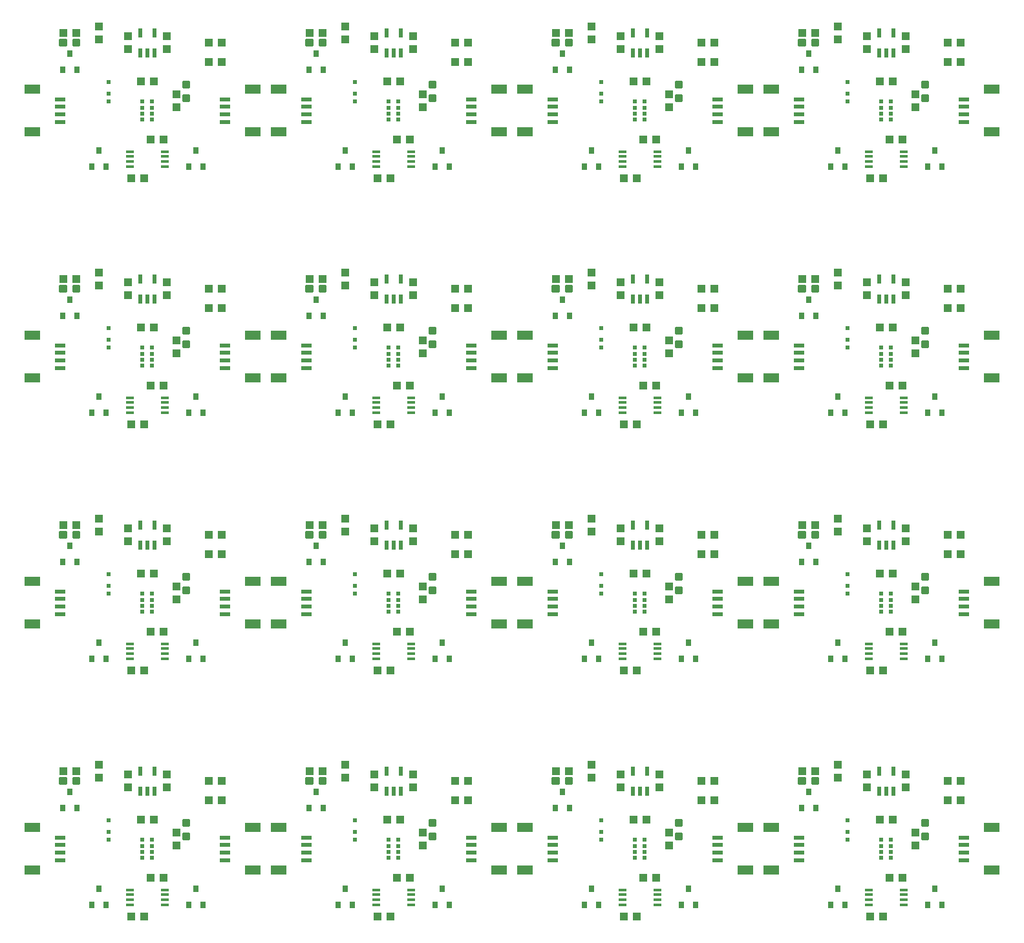
<source format=gtp>
G04 EAGLE Gerber RS-274X export*
G75*
%MOMM*%
%FSLAX34Y34*%
%LPD*%
%INSolderpaste Top*%
%IPPOS*%
%AMOC8*
5,1,8,0,0,1.08239X$1,22.5*%
G01*
%ADD10R,1.100000X1.000000*%
%ADD11R,2.000000X1.200000*%
%ADD12R,1.350000X0.600000*%
%ADD13C,0.300000*%
%ADD14R,0.575000X0.488000*%
%ADD15R,1.100000X0.400000*%
%ADD16R,0.550000X1.200000*%
%ADD17R,1.000000X1.100000*%
%ADD18R,0.600000X0.600000*%
%ADD19R,0.800000X0.900000*%


D10*
X72000Y266700D03*
X55000Y266700D03*
D11*
X14050Y193100D03*
X14050Y137100D03*
D12*
X50800Y180100D03*
X50800Y170100D03*
X50800Y160100D03*
X50800Y150100D03*
D11*
X303450Y137100D03*
X303450Y193100D03*
D12*
X266700Y150100D03*
X266700Y160100D03*
X266700Y170100D03*
X266700Y180100D03*
D13*
X58230Y250500D02*
X58230Y257500D01*
X58230Y250500D02*
X51230Y250500D01*
X51230Y257500D01*
X58230Y257500D01*
X58230Y253350D02*
X51230Y253350D01*
X51230Y256200D02*
X58230Y256200D01*
X75770Y257500D02*
X75770Y250500D01*
X68770Y250500D01*
X68770Y257500D01*
X75770Y257500D01*
X75770Y253350D02*
X68770Y253350D01*
X68770Y256200D02*
X75770Y256200D01*
D14*
X158720Y177100D03*
X158720Y169100D03*
X158720Y161100D03*
X158720Y153100D03*
X171480Y153100D03*
X171480Y161100D03*
X171480Y169100D03*
X171480Y177100D03*
D15*
X142600Y111350D03*
X142600Y104850D03*
X142600Y98350D03*
X142600Y91850D03*
X187600Y91850D03*
X187600Y98350D03*
X187600Y104850D03*
X187600Y111350D03*
D10*
X186300Y127000D03*
X169300Y127000D03*
X160900Y76200D03*
X143900Y76200D03*
X262500Y254000D03*
X245500Y254000D03*
X262500Y228600D03*
X245500Y228600D03*
D16*
X155600Y240999D03*
X165100Y240999D03*
X174600Y240999D03*
X174600Y267001D03*
X155600Y267001D03*
D17*
X190500Y245500D03*
X190500Y262500D03*
X139700Y262500D03*
X139700Y245500D03*
D18*
X114300Y202500D03*
X114300Y187500D03*
X114300Y177500D03*
D13*
X212400Y185230D02*
X219400Y185230D01*
X219400Y178230D01*
X212400Y178230D01*
X212400Y185230D01*
X212400Y181080D02*
X219400Y181080D01*
X219400Y183930D02*
X212400Y183930D01*
X212400Y202770D02*
X219400Y202770D01*
X219400Y195770D01*
X212400Y195770D01*
X212400Y202770D01*
X212400Y198620D02*
X219400Y198620D01*
X219400Y201470D02*
X212400Y201470D01*
D19*
X92100Y91600D03*
X111100Y91600D03*
X101600Y112600D03*
X219100Y91600D03*
X238100Y91600D03*
X228600Y112600D03*
X54000Y218600D03*
X73000Y218600D03*
X63500Y239600D03*
D17*
X203200Y169300D03*
X203200Y186300D03*
D10*
X156600Y203200D03*
X173600Y203200D03*
D17*
X101600Y275200D03*
X101600Y258200D03*
D10*
X394580Y266700D03*
X377580Y266700D03*
D11*
X336630Y193100D03*
X336630Y137100D03*
D12*
X373380Y180100D03*
X373380Y170100D03*
X373380Y160100D03*
X373380Y150100D03*
D11*
X626030Y137100D03*
X626030Y193100D03*
D12*
X589280Y150100D03*
X589280Y160100D03*
X589280Y170100D03*
X589280Y180100D03*
D13*
X380810Y250500D02*
X380810Y257500D01*
X380810Y250500D02*
X373810Y250500D01*
X373810Y257500D01*
X380810Y257500D01*
X380810Y253350D02*
X373810Y253350D01*
X373810Y256200D02*
X380810Y256200D01*
X398350Y257500D02*
X398350Y250500D01*
X391350Y250500D01*
X391350Y257500D01*
X398350Y257500D01*
X398350Y253350D02*
X391350Y253350D01*
X391350Y256200D02*
X398350Y256200D01*
D14*
X481300Y177100D03*
X481300Y169100D03*
X481300Y161100D03*
X481300Y153100D03*
X494060Y153100D03*
X494060Y161100D03*
X494060Y169100D03*
X494060Y177100D03*
D15*
X465180Y111350D03*
X465180Y104850D03*
X465180Y98350D03*
X465180Y91850D03*
X510180Y91850D03*
X510180Y98350D03*
X510180Y104850D03*
X510180Y111350D03*
D10*
X508880Y127000D03*
X491880Y127000D03*
X483480Y76200D03*
X466480Y76200D03*
X585080Y254000D03*
X568080Y254000D03*
X585080Y228600D03*
X568080Y228600D03*
D16*
X478180Y240999D03*
X487680Y240999D03*
X497180Y240999D03*
X497180Y267001D03*
X478180Y267001D03*
D17*
X513080Y245500D03*
X513080Y262500D03*
X462280Y262500D03*
X462280Y245500D03*
D18*
X436880Y202500D03*
X436880Y187500D03*
X436880Y177500D03*
D13*
X534980Y185230D02*
X541980Y185230D01*
X541980Y178230D01*
X534980Y178230D01*
X534980Y185230D01*
X534980Y181080D02*
X541980Y181080D01*
X541980Y183930D02*
X534980Y183930D01*
X534980Y202770D02*
X541980Y202770D01*
X541980Y195770D01*
X534980Y195770D01*
X534980Y202770D01*
X534980Y198620D02*
X541980Y198620D01*
X541980Y201470D02*
X534980Y201470D01*
D19*
X414680Y91600D03*
X433680Y91600D03*
X424180Y112600D03*
X541680Y91600D03*
X560680Y91600D03*
X551180Y112600D03*
X376580Y218600D03*
X395580Y218600D03*
X386080Y239600D03*
D17*
X525780Y169300D03*
X525780Y186300D03*
D10*
X479180Y203200D03*
X496180Y203200D03*
D17*
X424180Y275200D03*
X424180Y258200D03*
D10*
X717160Y266700D03*
X700160Y266700D03*
D11*
X659210Y193100D03*
X659210Y137100D03*
D12*
X695960Y180100D03*
X695960Y170100D03*
X695960Y160100D03*
X695960Y150100D03*
D11*
X948610Y137100D03*
X948610Y193100D03*
D12*
X911860Y150100D03*
X911860Y160100D03*
X911860Y170100D03*
X911860Y180100D03*
D13*
X703390Y250500D02*
X703390Y257500D01*
X703390Y250500D02*
X696390Y250500D01*
X696390Y257500D01*
X703390Y257500D01*
X703390Y253350D02*
X696390Y253350D01*
X696390Y256200D02*
X703390Y256200D01*
X720930Y257500D02*
X720930Y250500D01*
X713930Y250500D01*
X713930Y257500D01*
X720930Y257500D01*
X720930Y253350D02*
X713930Y253350D01*
X713930Y256200D02*
X720930Y256200D01*
D14*
X803880Y177100D03*
X803880Y169100D03*
X803880Y161100D03*
X803880Y153100D03*
X816640Y153100D03*
X816640Y161100D03*
X816640Y169100D03*
X816640Y177100D03*
D15*
X787760Y111350D03*
X787760Y104850D03*
X787760Y98350D03*
X787760Y91850D03*
X832760Y91850D03*
X832760Y98350D03*
X832760Y104850D03*
X832760Y111350D03*
D10*
X831460Y127000D03*
X814460Y127000D03*
X806060Y76200D03*
X789060Y76200D03*
X907660Y254000D03*
X890660Y254000D03*
X907660Y228600D03*
X890660Y228600D03*
D16*
X800760Y240999D03*
X810260Y240999D03*
X819760Y240999D03*
X819760Y267001D03*
X800760Y267001D03*
D17*
X835660Y245500D03*
X835660Y262500D03*
X784860Y262500D03*
X784860Y245500D03*
D18*
X759460Y202500D03*
X759460Y187500D03*
X759460Y177500D03*
D13*
X857560Y185230D02*
X864560Y185230D01*
X864560Y178230D01*
X857560Y178230D01*
X857560Y185230D01*
X857560Y181080D02*
X864560Y181080D01*
X864560Y183930D02*
X857560Y183930D01*
X857560Y202770D02*
X864560Y202770D01*
X864560Y195770D01*
X857560Y195770D01*
X857560Y202770D01*
X857560Y198620D02*
X864560Y198620D01*
X864560Y201470D02*
X857560Y201470D01*
D19*
X737260Y91600D03*
X756260Y91600D03*
X746760Y112600D03*
X864260Y91600D03*
X883260Y91600D03*
X873760Y112600D03*
X699160Y218600D03*
X718160Y218600D03*
X708660Y239600D03*
D17*
X848360Y169300D03*
X848360Y186300D03*
D10*
X801760Y203200D03*
X818760Y203200D03*
D17*
X746760Y275200D03*
X746760Y258200D03*
D10*
X1039740Y266700D03*
X1022740Y266700D03*
D11*
X981790Y193100D03*
X981790Y137100D03*
D12*
X1018540Y180100D03*
X1018540Y170100D03*
X1018540Y160100D03*
X1018540Y150100D03*
D11*
X1271190Y137100D03*
X1271190Y193100D03*
D12*
X1234440Y150100D03*
X1234440Y160100D03*
X1234440Y170100D03*
X1234440Y180100D03*
D13*
X1025970Y250500D02*
X1025970Y257500D01*
X1025970Y250500D02*
X1018970Y250500D01*
X1018970Y257500D01*
X1025970Y257500D01*
X1025970Y253350D02*
X1018970Y253350D01*
X1018970Y256200D02*
X1025970Y256200D01*
X1043510Y257500D02*
X1043510Y250500D01*
X1036510Y250500D01*
X1036510Y257500D01*
X1043510Y257500D01*
X1043510Y253350D02*
X1036510Y253350D01*
X1036510Y256200D02*
X1043510Y256200D01*
D14*
X1126460Y177100D03*
X1126460Y169100D03*
X1126460Y161100D03*
X1126460Y153100D03*
X1139220Y153100D03*
X1139220Y161100D03*
X1139220Y169100D03*
X1139220Y177100D03*
D15*
X1110340Y111350D03*
X1110340Y104850D03*
X1110340Y98350D03*
X1110340Y91850D03*
X1155340Y91850D03*
X1155340Y98350D03*
X1155340Y104850D03*
X1155340Y111350D03*
D10*
X1154040Y127000D03*
X1137040Y127000D03*
X1128640Y76200D03*
X1111640Y76200D03*
X1230240Y254000D03*
X1213240Y254000D03*
X1230240Y228600D03*
X1213240Y228600D03*
D16*
X1123340Y240999D03*
X1132840Y240999D03*
X1142340Y240999D03*
X1142340Y267001D03*
X1123340Y267001D03*
D17*
X1158240Y245500D03*
X1158240Y262500D03*
X1107440Y262500D03*
X1107440Y245500D03*
D18*
X1082040Y202500D03*
X1082040Y187500D03*
X1082040Y177500D03*
D13*
X1180140Y185230D02*
X1187140Y185230D01*
X1187140Y178230D01*
X1180140Y178230D01*
X1180140Y185230D01*
X1180140Y181080D02*
X1187140Y181080D01*
X1187140Y183930D02*
X1180140Y183930D01*
X1180140Y202770D02*
X1187140Y202770D01*
X1187140Y195770D01*
X1180140Y195770D01*
X1180140Y202770D01*
X1180140Y198620D02*
X1187140Y198620D01*
X1187140Y201470D02*
X1180140Y201470D01*
D19*
X1059840Y91600D03*
X1078840Y91600D03*
X1069340Y112600D03*
X1186840Y91600D03*
X1205840Y91600D03*
X1196340Y112600D03*
X1021740Y218600D03*
X1040740Y218600D03*
X1031240Y239600D03*
D17*
X1170940Y169300D03*
X1170940Y186300D03*
D10*
X1124340Y203200D03*
X1141340Y203200D03*
D17*
X1069340Y275200D03*
X1069340Y258200D03*
D10*
X72000Y589280D03*
X55000Y589280D03*
D11*
X14050Y515680D03*
X14050Y459680D03*
D12*
X50800Y502680D03*
X50800Y492680D03*
X50800Y482680D03*
X50800Y472680D03*
D11*
X303450Y459680D03*
X303450Y515680D03*
D12*
X266700Y472680D03*
X266700Y482680D03*
X266700Y492680D03*
X266700Y502680D03*
D13*
X58230Y573080D02*
X58230Y580080D01*
X58230Y573080D02*
X51230Y573080D01*
X51230Y580080D01*
X58230Y580080D01*
X58230Y575930D02*
X51230Y575930D01*
X51230Y578780D02*
X58230Y578780D01*
X75770Y580080D02*
X75770Y573080D01*
X68770Y573080D01*
X68770Y580080D01*
X75770Y580080D01*
X75770Y575930D02*
X68770Y575930D01*
X68770Y578780D02*
X75770Y578780D01*
D14*
X158720Y499680D03*
X158720Y491680D03*
X158720Y483680D03*
X158720Y475680D03*
X171480Y475680D03*
X171480Y483680D03*
X171480Y491680D03*
X171480Y499680D03*
D15*
X142600Y433930D03*
X142600Y427430D03*
X142600Y420930D03*
X142600Y414430D03*
X187600Y414430D03*
X187600Y420930D03*
X187600Y427430D03*
X187600Y433930D03*
D10*
X186300Y449580D03*
X169300Y449580D03*
X160900Y398780D03*
X143900Y398780D03*
X262500Y576580D03*
X245500Y576580D03*
X262500Y551180D03*
X245500Y551180D03*
D16*
X155600Y563579D03*
X165100Y563579D03*
X174600Y563579D03*
X174600Y589581D03*
X155600Y589581D03*
D17*
X190500Y568080D03*
X190500Y585080D03*
X139700Y585080D03*
X139700Y568080D03*
D18*
X114300Y525080D03*
X114300Y510080D03*
X114300Y500080D03*
D13*
X212400Y507810D02*
X219400Y507810D01*
X219400Y500810D01*
X212400Y500810D01*
X212400Y507810D01*
X212400Y503660D02*
X219400Y503660D01*
X219400Y506510D02*
X212400Y506510D01*
X212400Y525350D02*
X219400Y525350D01*
X219400Y518350D01*
X212400Y518350D01*
X212400Y525350D01*
X212400Y521200D02*
X219400Y521200D01*
X219400Y524050D02*
X212400Y524050D01*
D19*
X92100Y414180D03*
X111100Y414180D03*
X101600Y435180D03*
X219100Y414180D03*
X238100Y414180D03*
X228600Y435180D03*
X54000Y541180D03*
X73000Y541180D03*
X63500Y562180D03*
D17*
X203200Y491880D03*
X203200Y508880D03*
D10*
X156600Y525780D03*
X173600Y525780D03*
D17*
X101600Y597780D03*
X101600Y580780D03*
D10*
X394580Y589280D03*
X377580Y589280D03*
D11*
X336630Y515680D03*
X336630Y459680D03*
D12*
X373380Y502680D03*
X373380Y492680D03*
X373380Y482680D03*
X373380Y472680D03*
D11*
X626030Y459680D03*
X626030Y515680D03*
D12*
X589280Y472680D03*
X589280Y482680D03*
X589280Y492680D03*
X589280Y502680D03*
D13*
X380810Y573080D02*
X380810Y580080D01*
X380810Y573080D02*
X373810Y573080D01*
X373810Y580080D01*
X380810Y580080D01*
X380810Y575930D02*
X373810Y575930D01*
X373810Y578780D02*
X380810Y578780D01*
X398350Y580080D02*
X398350Y573080D01*
X391350Y573080D01*
X391350Y580080D01*
X398350Y580080D01*
X398350Y575930D02*
X391350Y575930D01*
X391350Y578780D02*
X398350Y578780D01*
D14*
X481300Y499680D03*
X481300Y491680D03*
X481300Y483680D03*
X481300Y475680D03*
X494060Y475680D03*
X494060Y483680D03*
X494060Y491680D03*
X494060Y499680D03*
D15*
X465180Y433930D03*
X465180Y427430D03*
X465180Y420930D03*
X465180Y414430D03*
X510180Y414430D03*
X510180Y420930D03*
X510180Y427430D03*
X510180Y433930D03*
D10*
X508880Y449580D03*
X491880Y449580D03*
X483480Y398780D03*
X466480Y398780D03*
X585080Y576580D03*
X568080Y576580D03*
X585080Y551180D03*
X568080Y551180D03*
D16*
X478180Y563579D03*
X487680Y563579D03*
X497180Y563579D03*
X497180Y589581D03*
X478180Y589581D03*
D17*
X513080Y568080D03*
X513080Y585080D03*
X462280Y585080D03*
X462280Y568080D03*
D18*
X436880Y525080D03*
X436880Y510080D03*
X436880Y500080D03*
D13*
X534980Y507810D02*
X541980Y507810D01*
X541980Y500810D01*
X534980Y500810D01*
X534980Y507810D01*
X534980Y503660D02*
X541980Y503660D01*
X541980Y506510D02*
X534980Y506510D01*
X534980Y525350D02*
X541980Y525350D01*
X541980Y518350D01*
X534980Y518350D01*
X534980Y525350D01*
X534980Y521200D02*
X541980Y521200D01*
X541980Y524050D02*
X534980Y524050D01*
D19*
X414680Y414180D03*
X433680Y414180D03*
X424180Y435180D03*
X541680Y414180D03*
X560680Y414180D03*
X551180Y435180D03*
X376580Y541180D03*
X395580Y541180D03*
X386080Y562180D03*
D17*
X525780Y491880D03*
X525780Y508880D03*
D10*
X479180Y525780D03*
X496180Y525780D03*
D17*
X424180Y597780D03*
X424180Y580780D03*
D10*
X717160Y589280D03*
X700160Y589280D03*
D11*
X659210Y515680D03*
X659210Y459680D03*
D12*
X695960Y502680D03*
X695960Y492680D03*
X695960Y482680D03*
X695960Y472680D03*
D11*
X948610Y459680D03*
X948610Y515680D03*
D12*
X911860Y472680D03*
X911860Y482680D03*
X911860Y492680D03*
X911860Y502680D03*
D13*
X703390Y573080D02*
X703390Y580080D01*
X703390Y573080D02*
X696390Y573080D01*
X696390Y580080D01*
X703390Y580080D01*
X703390Y575930D02*
X696390Y575930D01*
X696390Y578780D02*
X703390Y578780D01*
X720930Y580080D02*
X720930Y573080D01*
X713930Y573080D01*
X713930Y580080D01*
X720930Y580080D01*
X720930Y575930D02*
X713930Y575930D01*
X713930Y578780D02*
X720930Y578780D01*
D14*
X803880Y499680D03*
X803880Y491680D03*
X803880Y483680D03*
X803880Y475680D03*
X816640Y475680D03*
X816640Y483680D03*
X816640Y491680D03*
X816640Y499680D03*
D15*
X787760Y433930D03*
X787760Y427430D03*
X787760Y420930D03*
X787760Y414430D03*
X832760Y414430D03*
X832760Y420930D03*
X832760Y427430D03*
X832760Y433930D03*
D10*
X831460Y449580D03*
X814460Y449580D03*
X806060Y398780D03*
X789060Y398780D03*
X907660Y576580D03*
X890660Y576580D03*
X907660Y551180D03*
X890660Y551180D03*
D16*
X800760Y563579D03*
X810260Y563579D03*
X819760Y563579D03*
X819760Y589581D03*
X800760Y589581D03*
D17*
X835660Y568080D03*
X835660Y585080D03*
X784860Y585080D03*
X784860Y568080D03*
D18*
X759460Y525080D03*
X759460Y510080D03*
X759460Y500080D03*
D13*
X857560Y507810D02*
X864560Y507810D01*
X864560Y500810D01*
X857560Y500810D01*
X857560Y507810D01*
X857560Y503660D02*
X864560Y503660D01*
X864560Y506510D02*
X857560Y506510D01*
X857560Y525350D02*
X864560Y525350D01*
X864560Y518350D01*
X857560Y518350D01*
X857560Y525350D01*
X857560Y521200D02*
X864560Y521200D01*
X864560Y524050D02*
X857560Y524050D01*
D19*
X737260Y414180D03*
X756260Y414180D03*
X746760Y435180D03*
X864260Y414180D03*
X883260Y414180D03*
X873760Y435180D03*
X699160Y541180D03*
X718160Y541180D03*
X708660Y562180D03*
D17*
X848360Y491880D03*
X848360Y508880D03*
D10*
X801760Y525780D03*
X818760Y525780D03*
D17*
X746760Y597780D03*
X746760Y580780D03*
D10*
X1039740Y589280D03*
X1022740Y589280D03*
D11*
X981790Y515680D03*
X981790Y459680D03*
D12*
X1018540Y502680D03*
X1018540Y492680D03*
X1018540Y482680D03*
X1018540Y472680D03*
D11*
X1271190Y459680D03*
X1271190Y515680D03*
D12*
X1234440Y472680D03*
X1234440Y482680D03*
X1234440Y492680D03*
X1234440Y502680D03*
D13*
X1025970Y573080D02*
X1025970Y580080D01*
X1025970Y573080D02*
X1018970Y573080D01*
X1018970Y580080D01*
X1025970Y580080D01*
X1025970Y575930D02*
X1018970Y575930D01*
X1018970Y578780D02*
X1025970Y578780D01*
X1043510Y580080D02*
X1043510Y573080D01*
X1036510Y573080D01*
X1036510Y580080D01*
X1043510Y580080D01*
X1043510Y575930D02*
X1036510Y575930D01*
X1036510Y578780D02*
X1043510Y578780D01*
D14*
X1126460Y499680D03*
X1126460Y491680D03*
X1126460Y483680D03*
X1126460Y475680D03*
X1139220Y475680D03*
X1139220Y483680D03*
X1139220Y491680D03*
X1139220Y499680D03*
D15*
X1110340Y433930D03*
X1110340Y427430D03*
X1110340Y420930D03*
X1110340Y414430D03*
X1155340Y414430D03*
X1155340Y420930D03*
X1155340Y427430D03*
X1155340Y433930D03*
D10*
X1154040Y449580D03*
X1137040Y449580D03*
X1128640Y398780D03*
X1111640Y398780D03*
X1230240Y576580D03*
X1213240Y576580D03*
X1230240Y551180D03*
X1213240Y551180D03*
D16*
X1123340Y563579D03*
X1132840Y563579D03*
X1142340Y563579D03*
X1142340Y589581D03*
X1123340Y589581D03*
D17*
X1158240Y568080D03*
X1158240Y585080D03*
X1107440Y585080D03*
X1107440Y568080D03*
D18*
X1082040Y525080D03*
X1082040Y510080D03*
X1082040Y500080D03*
D13*
X1180140Y507810D02*
X1187140Y507810D01*
X1187140Y500810D01*
X1180140Y500810D01*
X1180140Y507810D01*
X1180140Y503660D02*
X1187140Y503660D01*
X1187140Y506510D02*
X1180140Y506510D01*
X1180140Y525350D02*
X1187140Y525350D01*
X1187140Y518350D01*
X1180140Y518350D01*
X1180140Y525350D01*
X1180140Y521200D02*
X1187140Y521200D01*
X1187140Y524050D02*
X1180140Y524050D01*
D19*
X1059840Y414180D03*
X1078840Y414180D03*
X1069340Y435180D03*
X1186840Y414180D03*
X1205840Y414180D03*
X1196340Y435180D03*
X1021740Y541180D03*
X1040740Y541180D03*
X1031240Y562180D03*
D17*
X1170940Y491880D03*
X1170940Y508880D03*
D10*
X1124340Y525780D03*
X1141340Y525780D03*
D17*
X1069340Y597780D03*
X1069340Y580780D03*
D10*
X72000Y911860D03*
X55000Y911860D03*
D11*
X14050Y838260D03*
X14050Y782260D03*
D12*
X50800Y825260D03*
X50800Y815260D03*
X50800Y805260D03*
X50800Y795260D03*
D11*
X303450Y782260D03*
X303450Y838260D03*
D12*
X266700Y795260D03*
X266700Y805260D03*
X266700Y815260D03*
X266700Y825260D03*
D13*
X58230Y895660D02*
X58230Y902660D01*
X58230Y895660D02*
X51230Y895660D01*
X51230Y902660D01*
X58230Y902660D01*
X58230Y898510D02*
X51230Y898510D01*
X51230Y901360D02*
X58230Y901360D01*
X75770Y902660D02*
X75770Y895660D01*
X68770Y895660D01*
X68770Y902660D01*
X75770Y902660D01*
X75770Y898510D02*
X68770Y898510D01*
X68770Y901360D02*
X75770Y901360D01*
D14*
X158720Y822260D03*
X158720Y814260D03*
X158720Y806260D03*
X158720Y798260D03*
X171480Y798260D03*
X171480Y806260D03*
X171480Y814260D03*
X171480Y822260D03*
D15*
X142600Y756510D03*
X142600Y750010D03*
X142600Y743510D03*
X142600Y737010D03*
X187600Y737010D03*
X187600Y743510D03*
X187600Y750010D03*
X187600Y756510D03*
D10*
X186300Y772160D03*
X169300Y772160D03*
X160900Y721360D03*
X143900Y721360D03*
X262500Y899160D03*
X245500Y899160D03*
X262500Y873760D03*
X245500Y873760D03*
D16*
X155600Y886159D03*
X165100Y886159D03*
X174600Y886159D03*
X174600Y912161D03*
X155600Y912161D03*
D17*
X190500Y890660D03*
X190500Y907660D03*
X139700Y907660D03*
X139700Y890660D03*
D18*
X114300Y847660D03*
X114300Y832660D03*
X114300Y822660D03*
D13*
X212400Y830390D02*
X219400Y830390D01*
X219400Y823390D01*
X212400Y823390D01*
X212400Y830390D01*
X212400Y826240D02*
X219400Y826240D01*
X219400Y829090D02*
X212400Y829090D01*
X212400Y847930D02*
X219400Y847930D01*
X219400Y840930D01*
X212400Y840930D01*
X212400Y847930D01*
X212400Y843780D02*
X219400Y843780D01*
X219400Y846630D02*
X212400Y846630D01*
D19*
X92100Y736760D03*
X111100Y736760D03*
X101600Y757760D03*
X219100Y736760D03*
X238100Y736760D03*
X228600Y757760D03*
X54000Y863760D03*
X73000Y863760D03*
X63500Y884760D03*
D17*
X203200Y814460D03*
X203200Y831460D03*
D10*
X156600Y848360D03*
X173600Y848360D03*
D17*
X101600Y920360D03*
X101600Y903360D03*
D10*
X394580Y911860D03*
X377580Y911860D03*
D11*
X336630Y838260D03*
X336630Y782260D03*
D12*
X373380Y825260D03*
X373380Y815260D03*
X373380Y805260D03*
X373380Y795260D03*
D11*
X626030Y782260D03*
X626030Y838260D03*
D12*
X589280Y795260D03*
X589280Y805260D03*
X589280Y815260D03*
X589280Y825260D03*
D13*
X380810Y895660D02*
X380810Y902660D01*
X380810Y895660D02*
X373810Y895660D01*
X373810Y902660D01*
X380810Y902660D01*
X380810Y898510D02*
X373810Y898510D01*
X373810Y901360D02*
X380810Y901360D01*
X398350Y902660D02*
X398350Y895660D01*
X391350Y895660D01*
X391350Y902660D01*
X398350Y902660D01*
X398350Y898510D02*
X391350Y898510D01*
X391350Y901360D02*
X398350Y901360D01*
D14*
X481300Y822260D03*
X481300Y814260D03*
X481300Y806260D03*
X481300Y798260D03*
X494060Y798260D03*
X494060Y806260D03*
X494060Y814260D03*
X494060Y822260D03*
D15*
X465180Y756510D03*
X465180Y750010D03*
X465180Y743510D03*
X465180Y737010D03*
X510180Y737010D03*
X510180Y743510D03*
X510180Y750010D03*
X510180Y756510D03*
D10*
X508880Y772160D03*
X491880Y772160D03*
X483480Y721360D03*
X466480Y721360D03*
X585080Y899160D03*
X568080Y899160D03*
X585080Y873760D03*
X568080Y873760D03*
D16*
X478180Y886159D03*
X487680Y886159D03*
X497180Y886159D03*
X497180Y912161D03*
X478180Y912161D03*
D17*
X513080Y890660D03*
X513080Y907660D03*
X462280Y907660D03*
X462280Y890660D03*
D18*
X436880Y847660D03*
X436880Y832660D03*
X436880Y822660D03*
D13*
X534980Y830390D02*
X541980Y830390D01*
X541980Y823390D01*
X534980Y823390D01*
X534980Y830390D01*
X534980Y826240D02*
X541980Y826240D01*
X541980Y829090D02*
X534980Y829090D01*
X534980Y847930D02*
X541980Y847930D01*
X541980Y840930D01*
X534980Y840930D01*
X534980Y847930D01*
X534980Y843780D02*
X541980Y843780D01*
X541980Y846630D02*
X534980Y846630D01*
D19*
X414680Y736760D03*
X433680Y736760D03*
X424180Y757760D03*
X541680Y736760D03*
X560680Y736760D03*
X551180Y757760D03*
X376580Y863760D03*
X395580Y863760D03*
X386080Y884760D03*
D17*
X525780Y814460D03*
X525780Y831460D03*
D10*
X479180Y848360D03*
X496180Y848360D03*
D17*
X424180Y920360D03*
X424180Y903360D03*
D10*
X717160Y911860D03*
X700160Y911860D03*
D11*
X659210Y838260D03*
X659210Y782260D03*
D12*
X695960Y825260D03*
X695960Y815260D03*
X695960Y805260D03*
X695960Y795260D03*
D11*
X948610Y782260D03*
X948610Y838260D03*
D12*
X911860Y795260D03*
X911860Y805260D03*
X911860Y815260D03*
X911860Y825260D03*
D13*
X703390Y895660D02*
X703390Y902660D01*
X703390Y895660D02*
X696390Y895660D01*
X696390Y902660D01*
X703390Y902660D01*
X703390Y898510D02*
X696390Y898510D01*
X696390Y901360D02*
X703390Y901360D01*
X720930Y902660D02*
X720930Y895660D01*
X713930Y895660D01*
X713930Y902660D01*
X720930Y902660D01*
X720930Y898510D02*
X713930Y898510D01*
X713930Y901360D02*
X720930Y901360D01*
D14*
X803880Y822260D03*
X803880Y814260D03*
X803880Y806260D03*
X803880Y798260D03*
X816640Y798260D03*
X816640Y806260D03*
X816640Y814260D03*
X816640Y822260D03*
D15*
X787760Y756510D03*
X787760Y750010D03*
X787760Y743510D03*
X787760Y737010D03*
X832760Y737010D03*
X832760Y743510D03*
X832760Y750010D03*
X832760Y756510D03*
D10*
X831460Y772160D03*
X814460Y772160D03*
X806060Y721360D03*
X789060Y721360D03*
X907660Y899160D03*
X890660Y899160D03*
X907660Y873760D03*
X890660Y873760D03*
D16*
X800760Y886159D03*
X810260Y886159D03*
X819760Y886159D03*
X819760Y912161D03*
X800760Y912161D03*
D17*
X835660Y890660D03*
X835660Y907660D03*
X784860Y907660D03*
X784860Y890660D03*
D18*
X759460Y847660D03*
X759460Y832660D03*
X759460Y822660D03*
D13*
X857560Y830390D02*
X864560Y830390D01*
X864560Y823390D01*
X857560Y823390D01*
X857560Y830390D01*
X857560Y826240D02*
X864560Y826240D01*
X864560Y829090D02*
X857560Y829090D01*
X857560Y847930D02*
X864560Y847930D01*
X864560Y840930D01*
X857560Y840930D01*
X857560Y847930D01*
X857560Y843780D02*
X864560Y843780D01*
X864560Y846630D02*
X857560Y846630D01*
D19*
X737260Y736760D03*
X756260Y736760D03*
X746760Y757760D03*
X864260Y736760D03*
X883260Y736760D03*
X873760Y757760D03*
X699160Y863760D03*
X718160Y863760D03*
X708660Y884760D03*
D17*
X848360Y814460D03*
X848360Y831460D03*
D10*
X801760Y848360D03*
X818760Y848360D03*
D17*
X746760Y920360D03*
X746760Y903360D03*
D10*
X1039740Y911860D03*
X1022740Y911860D03*
D11*
X981790Y838260D03*
X981790Y782260D03*
D12*
X1018540Y825260D03*
X1018540Y815260D03*
X1018540Y805260D03*
X1018540Y795260D03*
D11*
X1271190Y782260D03*
X1271190Y838260D03*
D12*
X1234440Y795260D03*
X1234440Y805260D03*
X1234440Y815260D03*
X1234440Y825260D03*
D13*
X1025970Y895660D02*
X1025970Y902660D01*
X1025970Y895660D02*
X1018970Y895660D01*
X1018970Y902660D01*
X1025970Y902660D01*
X1025970Y898510D02*
X1018970Y898510D01*
X1018970Y901360D02*
X1025970Y901360D01*
X1043510Y902660D02*
X1043510Y895660D01*
X1036510Y895660D01*
X1036510Y902660D01*
X1043510Y902660D01*
X1043510Y898510D02*
X1036510Y898510D01*
X1036510Y901360D02*
X1043510Y901360D01*
D14*
X1126460Y822260D03*
X1126460Y814260D03*
X1126460Y806260D03*
X1126460Y798260D03*
X1139220Y798260D03*
X1139220Y806260D03*
X1139220Y814260D03*
X1139220Y822260D03*
D15*
X1110340Y756510D03*
X1110340Y750010D03*
X1110340Y743510D03*
X1110340Y737010D03*
X1155340Y737010D03*
X1155340Y743510D03*
X1155340Y750010D03*
X1155340Y756510D03*
D10*
X1154040Y772160D03*
X1137040Y772160D03*
X1128640Y721360D03*
X1111640Y721360D03*
X1230240Y899160D03*
X1213240Y899160D03*
X1230240Y873760D03*
X1213240Y873760D03*
D16*
X1123340Y886159D03*
X1132840Y886159D03*
X1142340Y886159D03*
X1142340Y912161D03*
X1123340Y912161D03*
D17*
X1158240Y890660D03*
X1158240Y907660D03*
X1107440Y907660D03*
X1107440Y890660D03*
D18*
X1082040Y847660D03*
X1082040Y832660D03*
X1082040Y822660D03*
D13*
X1180140Y830390D02*
X1187140Y830390D01*
X1187140Y823390D01*
X1180140Y823390D01*
X1180140Y830390D01*
X1180140Y826240D02*
X1187140Y826240D01*
X1187140Y829090D02*
X1180140Y829090D01*
X1180140Y847930D02*
X1187140Y847930D01*
X1187140Y840930D01*
X1180140Y840930D01*
X1180140Y847930D01*
X1180140Y843780D02*
X1187140Y843780D01*
X1187140Y846630D02*
X1180140Y846630D01*
D19*
X1059840Y736760D03*
X1078840Y736760D03*
X1069340Y757760D03*
X1186840Y736760D03*
X1205840Y736760D03*
X1196340Y757760D03*
X1021740Y863760D03*
X1040740Y863760D03*
X1031240Y884760D03*
D17*
X1170940Y814460D03*
X1170940Y831460D03*
D10*
X1124340Y848360D03*
X1141340Y848360D03*
D17*
X1069340Y920360D03*
X1069340Y903360D03*
D10*
X72000Y1234440D03*
X55000Y1234440D03*
D11*
X14050Y1160840D03*
X14050Y1104840D03*
D12*
X50800Y1147840D03*
X50800Y1137840D03*
X50800Y1127840D03*
X50800Y1117840D03*
D11*
X303450Y1104840D03*
X303450Y1160840D03*
D12*
X266700Y1117840D03*
X266700Y1127840D03*
X266700Y1137840D03*
X266700Y1147840D03*
D13*
X58230Y1218240D02*
X58230Y1225240D01*
X58230Y1218240D02*
X51230Y1218240D01*
X51230Y1225240D01*
X58230Y1225240D01*
X58230Y1221090D02*
X51230Y1221090D01*
X51230Y1223940D02*
X58230Y1223940D01*
X75770Y1225240D02*
X75770Y1218240D01*
X68770Y1218240D01*
X68770Y1225240D01*
X75770Y1225240D01*
X75770Y1221090D02*
X68770Y1221090D01*
X68770Y1223940D02*
X75770Y1223940D01*
D14*
X158720Y1144840D03*
X158720Y1136840D03*
X158720Y1128840D03*
X158720Y1120840D03*
X171480Y1120840D03*
X171480Y1128840D03*
X171480Y1136840D03*
X171480Y1144840D03*
D15*
X142600Y1079090D03*
X142600Y1072590D03*
X142600Y1066090D03*
X142600Y1059590D03*
X187600Y1059590D03*
X187600Y1066090D03*
X187600Y1072590D03*
X187600Y1079090D03*
D10*
X186300Y1094740D03*
X169300Y1094740D03*
X160900Y1043940D03*
X143900Y1043940D03*
X262500Y1221740D03*
X245500Y1221740D03*
X262500Y1196340D03*
X245500Y1196340D03*
D16*
X155600Y1208739D03*
X165100Y1208739D03*
X174600Y1208739D03*
X174600Y1234741D03*
X155600Y1234741D03*
D17*
X190500Y1213240D03*
X190500Y1230240D03*
X139700Y1230240D03*
X139700Y1213240D03*
D18*
X114300Y1170240D03*
X114300Y1155240D03*
X114300Y1145240D03*
D13*
X212400Y1152970D02*
X219400Y1152970D01*
X219400Y1145970D01*
X212400Y1145970D01*
X212400Y1152970D01*
X212400Y1148820D02*
X219400Y1148820D01*
X219400Y1151670D02*
X212400Y1151670D01*
X212400Y1170510D02*
X219400Y1170510D01*
X219400Y1163510D01*
X212400Y1163510D01*
X212400Y1170510D01*
X212400Y1166360D02*
X219400Y1166360D01*
X219400Y1169210D02*
X212400Y1169210D01*
D19*
X92100Y1059340D03*
X111100Y1059340D03*
X101600Y1080340D03*
X219100Y1059340D03*
X238100Y1059340D03*
X228600Y1080340D03*
X54000Y1186340D03*
X73000Y1186340D03*
X63500Y1207340D03*
D17*
X203200Y1137040D03*
X203200Y1154040D03*
D10*
X156600Y1170940D03*
X173600Y1170940D03*
D17*
X101600Y1242940D03*
X101600Y1225940D03*
D10*
X394580Y1234440D03*
X377580Y1234440D03*
D11*
X336630Y1160840D03*
X336630Y1104840D03*
D12*
X373380Y1147840D03*
X373380Y1137840D03*
X373380Y1127840D03*
X373380Y1117840D03*
D11*
X626030Y1104840D03*
X626030Y1160840D03*
D12*
X589280Y1117840D03*
X589280Y1127840D03*
X589280Y1137840D03*
X589280Y1147840D03*
D13*
X380810Y1218240D02*
X380810Y1225240D01*
X380810Y1218240D02*
X373810Y1218240D01*
X373810Y1225240D01*
X380810Y1225240D01*
X380810Y1221090D02*
X373810Y1221090D01*
X373810Y1223940D02*
X380810Y1223940D01*
X398350Y1225240D02*
X398350Y1218240D01*
X391350Y1218240D01*
X391350Y1225240D01*
X398350Y1225240D01*
X398350Y1221090D02*
X391350Y1221090D01*
X391350Y1223940D02*
X398350Y1223940D01*
D14*
X481300Y1144840D03*
X481300Y1136840D03*
X481300Y1128840D03*
X481300Y1120840D03*
X494060Y1120840D03*
X494060Y1128840D03*
X494060Y1136840D03*
X494060Y1144840D03*
D15*
X465180Y1079090D03*
X465180Y1072590D03*
X465180Y1066090D03*
X465180Y1059590D03*
X510180Y1059590D03*
X510180Y1066090D03*
X510180Y1072590D03*
X510180Y1079090D03*
D10*
X508880Y1094740D03*
X491880Y1094740D03*
X483480Y1043940D03*
X466480Y1043940D03*
X585080Y1221740D03*
X568080Y1221740D03*
X585080Y1196340D03*
X568080Y1196340D03*
D16*
X478180Y1208739D03*
X487680Y1208739D03*
X497180Y1208739D03*
X497180Y1234741D03*
X478180Y1234741D03*
D17*
X513080Y1213240D03*
X513080Y1230240D03*
X462280Y1230240D03*
X462280Y1213240D03*
D18*
X436880Y1170240D03*
X436880Y1155240D03*
X436880Y1145240D03*
D13*
X534980Y1152970D02*
X541980Y1152970D01*
X541980Y1145970D01*
X534980Y1145970D01*
X534980Y1152970D01*
X534980Y1148820D02*
X541980Y1148820D01*
X541980Y1151670D02*
X534980Y1151670D01*
X534980Y1170510D02*
X541980Y1170510D01*
X541980Y1163510D01*
X534980Y1163510D01*
X534980Y1170510D01*
X534980Y1166360D02*
X541980Y1166360D01*
X541980Y1169210D02*
X534980Y1169210D01*
D19*
X414680Y1059340D03*
X433680Y1059340D03*
X424180Y1080340D03*
X541680Y1059340D03*
X560680Y1059340D03*
X551180Y1080340D03*
X376580Y1186340D03*
X395580Y1186340D03*
X386080Y1207340D03*
D17*
X525780Y1137040D03*
X525780Y1154040D03*
D10*
X479180Y1170940D03*
X496180Y1170940D03*
D17*
X424180Y1242940D03*
X424180Y1225940D03*
D10*
X717160Y1234440D03*
X700160Y1234440D03*
D11*
X659210Y1160840D03*
X659210Y1104840D03*
D12*
X695960Y1147840D03*
X695960Y1137840D03*
X695960Y1127840D03*
X695960Y1117840D03*
D11*
X948610Y1104840D03*
X948610Y1160840D03*
D12*
X911860Y1117840D03*
X911860Y1127840D03*
X911860Y1137840D03*
X911860Y1147840D03*
D13*
X703390Y1218240D02*
X703390Y1225240D01*
X703390Y1218240D02*
X696390Y1218240D01*
X696390Y1225240D01*
X703390Y1225240D01*
X703390Y1221090D02*
X696390Y1221090D01*
X696390Y1223940D02*
X703390Y1223940D01*
X720930Y1225240D02*
X720930Y1218240D01*
X713930Y1218240D01*
X713930Y1225240D01*
X720930Y1225240D01*
X720930Y1221090D02*
X713930Y1221090D01*
X713930Y1223940D02*
X720930Y1223940D01*
D14*
X803880Y1144840D03*
X803880Y1136840D03*
X803880Y1128840D03*
X803880Y1120840D03*
X816640Y1120840D03*
X816640Y1128840D03*
X816640Y1136840D03*
X816640Y1144840D03*
D15*
X787760Y1079090D03*
X787760Y1072590D03*
X787760Y1066090D03*
X787760Y1059590D03*
X832760Y1059590D03*
X832760Y1066090D03*
X832760Y1072590D03*
X832760Y1079090D03*
D10*
X831460Y1094740D03*
X814460Y1094740D03*
X806060Y1043940D03*
X789060Y1043940D03*
X907660Y1221740D03*
X890660Y1221740D03*
X907660Y1196340D03*
X890660Y1196340D03*
D16*
X800760Y1208739D03*
X810260Y1208739D03*
X819760Y1208739D03*
X819760Y1234741D03*
X800760Y1234741D03*
D17*
X835660Y1213240D03*
X835660Y1230240D03*
X784860Y1230240D03*
X784860Y1213240D03*
D18*
X759460Y1170240D03*
X759460Y1155240D03*
X759460Y1145240D03*
D13*
X857560Y1152970D02*
X864560Y1152970D01*
X864560Y1145970D01*
X857560Y1145970D01*
X857560Y1152970D01*
X857560Y1148820D02*
X864560Y1148820D01*
X864560Y1151670D02*
X857560Y1151670D01*
X857560Y1170510D02*
X864560Y1170510D01*
X864560Y1163510D01*
X857560Y1163510D01*
X857560Y1170510D01*
X857560Y1166360D02*
X864560Y1166360D01*
X864560Y1169210D02*
X857560Y1169210D01*
D19*
X737260Y1059340D03*
X756260Y1059340D03*
X746760Y1080340D03*
X864260Y1059340D03*
X883260Y1059340D03*
X873760Y1080340D03*
X699160Y1186340D03*
X718160Y1186340D03*
X708660Y1207340D03*
D17*
X848360Y1137040D03*
X848360Y1154040D03*
D10*
X801760Y1170940D03*
X818760Y1170940D03*
D17*
X746760Y1242940D03*
X746760Y1225940D03*
D10*
X1039740Y1234440D03*
X1022740Y1234440D03*
D11*
X981790Y1160840D03*
X981790Y1104840D03*
D12*
X1018540Y1147840D03*
X1018540Y1137840D03*
X1018540Y1127840D03*
X1018540Y1117840D03*
D11*
X1271190Y1104840D03*
X1271190Y1160840D03*
D12*
X1234440Y1117840D03*
X1234440Y1127840D03*
X1234440Y1137840D03*
X1234440Y1147840D03*
D13*
X1025970Y1218240D02*
X1025970Y1225240D01*
X1025970Y1218240D02*
X1018970Y1218240D01*
X1018970Y1225240D01*
X1025970Y1225240D01*
X1025970Y1221090D02*
X1018970Y1221090D01*
X1018970Y1223940D02*
X1025970Y1223940D01*
X1043510Y1225240D02*
X1043510Y1218240D01*
X1036510Y1218240D01*
X1036510Y1225240D01*
X1043510Y1225240D01*
X1043510Y1221090D02*
X1036510Y1221090D01*
X1036510Y1223940D02*
X1043510Y1223940D01*
D14*
X1126460Y1144840D03*
X1126460Y1136840D03*
X1126460Y1128840D03*
X1126460Y1120840D03*
X1139220Y1120840D03*
X1139220Y1128840D03*
X1139220Y1136840D03*
X1139220Y1144840D03*
D15*
X1110340Y1079090D03*
X1110340Y1072590D03*
X1110340Y1066090D03*
X1110340Y1059590D03*
X1155340Y1059590D03*
X1155340Y1066090D03*
X1155340Y1072590D03*
X1155340Y1079090D03*
D10*
X1154040Y1094740D03*
X1137040Y1094740D03*
X1128640Y1043940D03*
X1111640Y1043940D03*
X1230240Y1221740D03*
X1213240Y1221740D03*
X1230240Y1196340D03*
X1213240Y1196340D03*
D16*
X1123340Y1208739D03*
X1132840Y1208739D03*
X1142340Y1208739D03*
X1142340Y1234741D03*
X1123340Y1234741D03*
D17*
X1158240Y1213240D03*
X1158240Y1230240D03*
X1107440Y1230240D03*
X1107440Y1213240D03*
D18*
X1082040Y1170240D03*
X1082040Y1155240D03*
X1082040Y1145240D03*
D13*
X1180140Y1152970D02*
X1187140Y1152970D01*
X1187140Y1145970D01*
X1180140Y1145970D01*
X1180140Y1152970D01*
X1180140Y1148820D02*
X1187140Y1148820D01*
X1187140Y1151670D02*
X1180140Y1151670D01*
X1180140Y1170510D02*
X1187140Y1170510D01*
X1187140Y1163510D01*
X1180140Y1163510D01*
X1180140Y1170510D01*
X1180140Y1166360D02*
X1187140Y1166360D01*
X1187140Y1169210D02*
X1180140Y1169210D01*
D19*
X1059840Y1059340D03*
X1078840Y1059340D03*
X1069340Y1080340D03*
X1186840Y1059340D03*
X1205840Y1059340D03*
X1196340Y1080340D03*
X1021740Y1186340D03*
X1040740Y1186340D03*
X1031240Y1207340D03*
D17*
X1170940Y1137040D03*
X1170940Y1154040D03*
D10*
X1124340Y1170940D03*
X1141340Y1170940D03*
D17*
X1069340Y1242940D03*
X1069340Y1225940D03*
M02*

</source>
